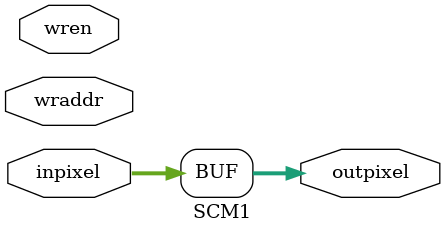
<source format=v>
`timescale 1ns / 1ps


module SCM1(input [5:0]wren, input[6:0]wraddr, input [11:0]inpixel, output reg [11:0] outpixel);
    
    always @*
    begin
        //if (wren[5:0] == 6'b000001)
            outpixel = inpixel;
    end
    
endmodule

</source>
